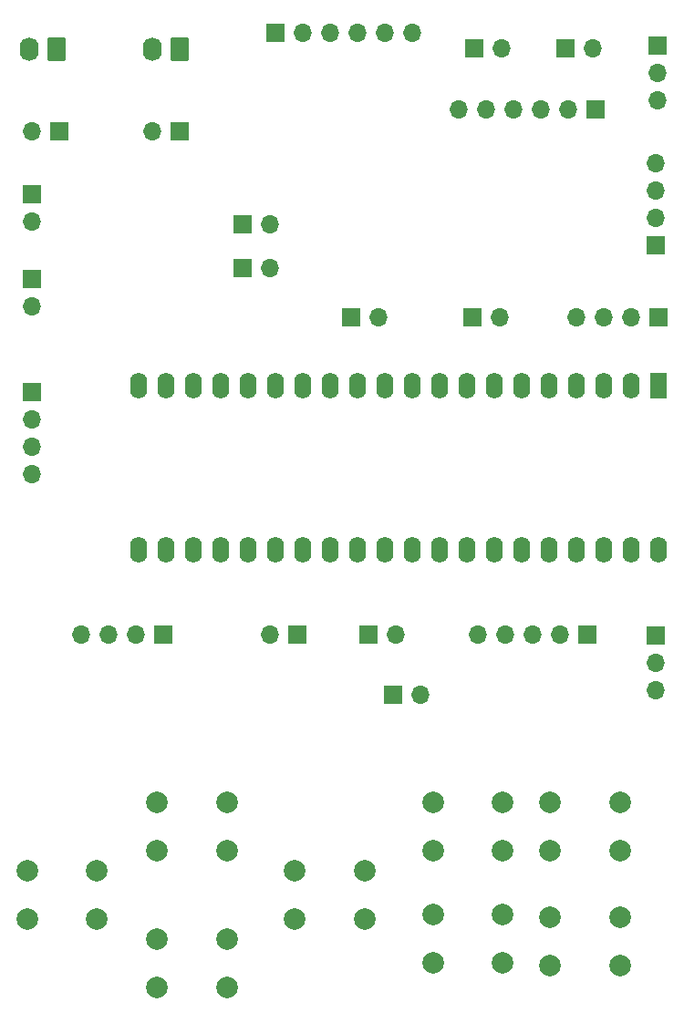
<source format=gbs>
G04 #@! TF.GenerationSoftware,KiCad,Pcbnew,(6.0.10)*
G04 #@! TF.CreationDate,2023-02-06T13:34:11-03:00*
G04 #@! TF.ProjectId,Core_HW,436f7265-5f48-4572-9e6b-696361645f70,rev?*
G04 #@! TF.SameCoordinates,Original*
G04 #@! TF.FileFunction,Soldermask,Bot*
G04 #@! TF.FilePolarity,Negative*
%FSLAX46Y46*%
G04 Gerber Fmt 4.6, Leading zero omitted, Abs format (unit mm)*
G04 Created by KiCad (PCBNEW (6.0.10)) date 2023-02-06 13:34:11*
%MOMM*%
%LPD*%
G01*
G04 APERTURE LIST*
G04 Aperture macros list*
%AMRoundRect*
0 Rectangle with rounded corners*
0 $1 Rounding radius*
0 $2 $3 $4 $5 $6 $7 $8 $9 X,Y pos of 4 corners*
0 Add a 4 corners polygon primitive as box body*
4,1,4,$2,$3,$4,$5,$6,$7,$8,$9,$2,$3,0*
0 Add four circle primitives for the rounded corners*
1,1,$1+$1,$2,$3*
1,1,$1+$1,$4,$5*
1,1,$1+$1,$6,$7*
1,1,$1+$1,$8,$9*
0 Add four rect primitives between the rounded corners*
20,1,$1+$1,$2,$3,$4,$5,0*
20,1,$1+$1,$4,$5,$6,$7,0*
20,1,$1+$1,$6,$7,$8,$9,0*
20,1,$1+$1,$8,$9,$2,$3,0*%
G04 Aperture macros list end*
%ADD10R,1.700000X1.700000*%
%ADD11O,1.700000X1.700000*%
%ADD12C,2.000000*%
%ADD13R,1.600000X2.400000*%
%ADD14O,1.600000X2.400000*%
%ADD15RoundRect,0.250000X0.620000X0.845000X-0.620000X0.845000X-0.620000X-0.845000X0.620000X-0.845000X0*%
%ADD16O,1.740000X2.190000*%
G04 APERTURE END LIST*
D10*
X115057000Y-90424000D03*
D11*
X117597000Y-90424000D03*
D10*
X153416000Y-92319000D03*
D11*
X153416000Y-89779000D03*
X153416000Y-87239000D03*
X153416000Y-84699000D03*
D12*
X107090000Y-148590000D03*
X113590000Y-148590000D03*
X113590000Y-144090000D03*
X107090000Y-144090000D03*
X139192000Y-159004000D03*
X132692000Y-159004000D03*
X139192000Y-154504000D03*
X132692000Y-154504000D03*
D13*
X153670000Y-105410000D03*
D14*
X151130000Y-105410000D03*
X148590000Y-105410000D03*
X146050000Y-105410000D03*
X143510000Y-105410000D03*
X140970000Y-105410000D03*
X138430000Y-105410000D03*
X135890000Y-105410000D03*
X133350000Y-105410000D03*
X130810000Y-105410000D03*
X128270000Y-105410000D03*
X125730000Y-105410000D03*
X123190000Y-105410000D03*
X120650000Y-105410000D03*
X118110000Y-105410000D03*
X115570000Y-105410000D03*
X113030000Y-105410000D03*
X110490000Y-105410000D03*
X107950000Y-105410000D03*
X105410000Y-105410000D03*
X105410000Y-120650000D03*
X107950000Y-120650000D03*
X110490000Y-120650000D03*
X113030000Y-120650000D03*
X115570000Y-120650000D03*
X118110000Y-120650000D03*
X120650000Y-120650000D03*
X123190000Y-120650000D03*
X125730000Y-120650000D03*
X128270000Y-120650000D03*
X130810000Y-120650000D03*
X133350000Y-120650000D03*
X135890000Y-120650000D03*
X138430000Y-120650000D03*
X140970000Y-120650000D03*
X143510000Y-120650000D03*
X146050000Y-120650000D03*
X148590000Y-120650000D03*
X151130000Y-120650000D03*
X153670000Y-120650000D03*
D10*
X126741000Y-128524000D03*
D11*
X129281000Y-128524000D03*
D10*
X145029000Y-74041000D03*
D11*
X147569000Y-74041000D03*
D10*
X147061000Y-128524000D03*
D11*
X144521000Y-128524000D03*
X141981000Y-128524000D03*
X139441000Y-128524000D03*
X136901000Y-128524000D03*
D10*
X95504000Y-105928000D03*
D11*
X95504000Y-108468000D03*
X95504000Y-111008000D03*
X95504000Y-113548000D03*
D10*
X98044000Y-81788000D03*
D11*
X95504000Y-81788000D03*
D12*
X143562000Y-148554000D03*
X150062000Y-148554000D03*
X143562000Y-144054000D03*
X150062000Y-144054000D03*
D10*
X125090000Y-99060000D03*
D11*
X127630000Y-99060000D03*
D10*
X95504000Y-87625000D03*
D11*
X95504000Y-90165000D03*
D10*
X136393000Y-99060000D03*
D11*
X138933000Y-99060000D03*
D12*
X113590000Y-161290000D03*
X107090000Y-161290000D03*
X113590000Y-156790000D03*
X107090000Y-156790000D03*
D10*
X147828000Y-79756000D03*
D11*
X145288000Y-79756000D03*
X142748000Y-79756000D03*
X140208000Y-79756000D03*
X137668000Y-79756000D03*
X135128000Y-79756000D03*
D10*
X120142000Y-128524000D03*
D11*
X117602000Y-128524000D03*
D12*
X143562000Y-159222000D03*
X150062000Y-159222000D03*
X143562000Y-154722000D03*
X150062000Y-154722000D03*
D10*
X107696000Y-128524000D03*
D11*
X105156000Y-128524000D03*
X102616000Y-128524000D03*
X100076000Y-128524000D03*
D10*
X109220000Y-81788000D03*
D11*
X106680000Y-81788000D03*
D10*
X118110000Y-72644000D03*
D11*
X120650000Y-72644000D03*
X123190000Y-72644000D03*
X125730000Y-72644000D03*
X128270000Y-72644000D03*
X130810000Y-72644000D03*
D10*
X95504000Y-95504000D03*
D11*
X95504000Y-98044000D03*
D12*
X139192000Y-148590000D03*
X132692000Y-148590000D03*
X139192000Y-144090000D03*
X132692000Y-144090000D03*
D10*
X136515000Y-74041000D03*
D11*
X139055000Y-74041000D03*
D10*
X115057000Y-94488000D03*
D11*
X117597000Y-94488000D03*
D10*
X153543000Y-73802000D03*
D11*
X153543000Y-76342000D03*
X153543000Y-78882000D03*
D10*
X153660000Y-99060000D03*
D11*
X151120000Y-99060000D03*
X148580000Y-99060000D03*
X146040000Y-99060000D03*
D12*
X101525000Y-154940000D03*
X95025000Y-154940000D03*
X95025000Y-150440000D03*
X101525000Y-150440000D03*
D15*
X97790000Y-74168000D03*
D16*
X95250000Y-74168000D03*
D12*
X126365000Y-154940000D03*
X119865000Y-154940000D03*
X119865000Y-150440000D03*
X126365000Y-150440000D03*
D10*
X153416000Y-128539000D03*
D11*
X153416000Y-131079000D03*
X153416000Y-133619000D03*
D16*
X106675000Y-74148000D03*
D15*
X109215000Y-74148000D03*
D10*
X129032000Y-134112000D03*
D11*
X131572000Y-134112000D03*
M02*

</source>
